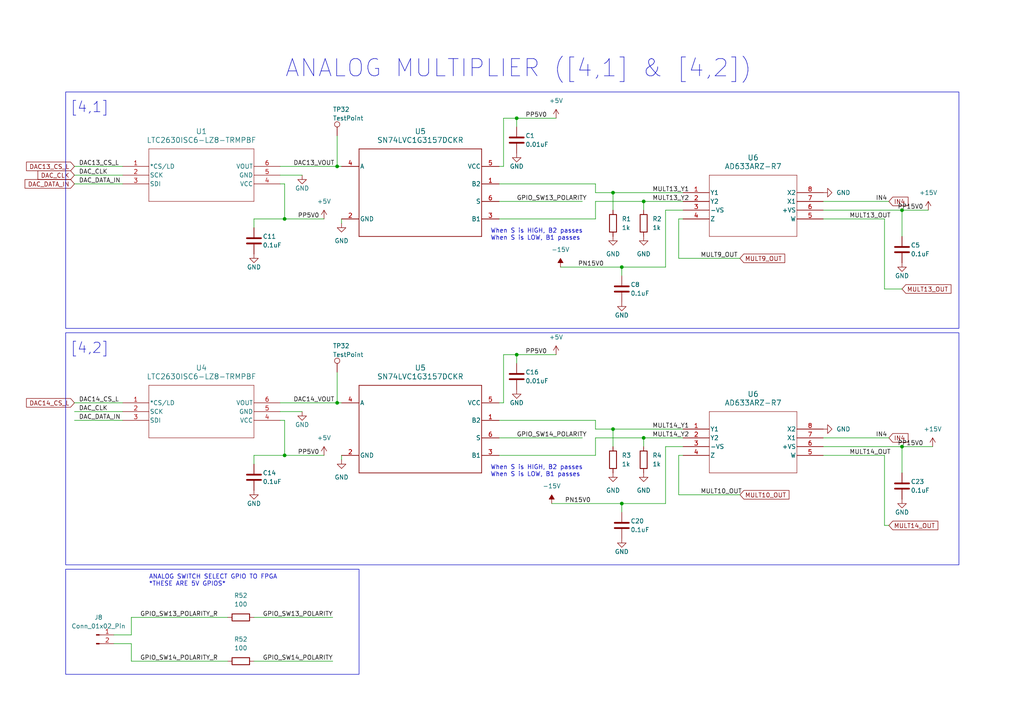
<source format=kicad_sch>
(kicad_sch (version 20230121) (generator eeschema)
  (paper "A4")
  (lib_symbols
    (symbol "AD633ARZ-R7:AD633ARZ-R7" (pin_names (offset 0.254))
      (property "Reference" "U" (at 20.32 10.16 0))
      (property "Value" "AD633ARZ-R7" (at 20.32 7.62 0))
      (symbol "AD633ARZ-R7_0_1"
        (polyline (pts (xy 7.62 -12.7) (xy 33.02 -12.7)) (stroke (width 0.127)))
        (polyline (pts (xy 7.62 5.08) (xy 7.62 -12.7)) (stroke (width 0.127)))
        (polyline (pts (xy 33.02 -12.7) (xy 33.02 5.08)) (stroke (width 0.127)))
        (polyline (pts (xy 33.02 5.08) (xy 7.62 5.08)) (stroke (width 0.127)))
        (pin unspecified line (at 0 0 0) (length 7.62) (name "Y1") (number "1"))
        (pin unspecified line (at 0 -2.54 0) (length 7.62) (name "Y2") (number "2"))
        (pin power_in line (at 0 -5.08 0) (length 7.62) (name "-VS") (number "3"))
        (pin unspecified line (at 0 -7.62 0) (length 7.62) (name "Z") (number "4"))
        (pin unspecified line (at 40.64 -7.62 180) (length 7.62) (name "W") (number "5"))
        (pin power_in line (at 40.64 -5.08 180) (length 7.62) (name "+VS") (number "6"))
        (pin unspecified line (at 40.64 -2.54 180) (length 7.62) (name "X1") (number "7"))
        (pin unspecified line (at 40.64 0 180) (length 7.62) (name "X2") (number "8"))
      )
    )
    (symbol "Connector:Conn_01x02_Pin" (pin_names (offset 1.016) hide)
      (property "Reference" "J" (at 0 2.54 0))
      (property "Value" "Conn_01x02_Pin" (at 0 -5.08 0))
      (symbol "Conn_01x02_Pin_1_1"
        (polyline (pts (xy 1.27 -2.54) (xy 0.8636 -2.54)) (stroke (width 0.1524)))
        (polyline (pts (xy 1.27 0) (xy 0.8636 0)) (stroke (width 0.1524)))
        (rectangle (start 0.8636 -2.413) (end 0 -2.667) (stroke (width 0.1524)) (fill (type outline)))
        (rectangle (start 0.8636 0.127) (end 0 -0.127) (stroke (width 0.1524)) (fill (type outline)))
        (pin passive line (at 5.08 0 180) (length 3.81) (name "Pin_1") (number "1"))
        (pin passive line (at 5.08 -2.54 180) (length 3.81) (name "Pin_2") (number "2"))
      )
    )
    (symbol "Connector:TestPoint" (pin_numbers hide) (pin_names (offset 0.762) hide)
      (property "Reference" "TP" (at 0 6.858 0))
      (property "Value" "TestPoint" (at 0 5.08 0))
      (symbol "TestPoint_0_1"
        (circle (center 0 3.302) (radius 0.762))
      )
      (symbol "TestPoint_1_1"
        (pin passive line (at 0 0 90) (length 2.54) (name "1") (number "1"))
      )
    )
    (symbol "Device:C" (pin_numbers hide) (pin_names (offset 0.254))
      (property "Reference" "C" (at 0.635 2.54 0))
      (property "Value" "C" (at 0.635 -2.54 0))
      (symbol "C_0_1"
        (polyline (pts (xy -2.032 -0.762) (xy 2.032 -0.762)) (stroke (width 0.508)))
        (polyline (pts (xy -2.032 0.762) (xy 2.032 0.762)) (stroke (width 0.508)))
      )
      (symbol "C_1_1"
        (pin passive line (at 0 3.81 270) (length 2.794) (name "~") (number "1"))
        (pin passive line (at 0 -3.81 90) (length 2.794) (name "~") (number "2"))
      )
    )
    (symbol "Device:R" (pin_numbers hide) (pin_names (offset 0))
      (property "Reference" "R" (at 2.032 0 90))
      (property "Value" "R" (at 0 0 90))
      (symbol "R_0_1"
        (rectangle (start -1.016 -2.54) (end 1.016 2.54) (stroke (width 0.254)))
      )
      (symbol "R_1_1"
        (pin passive line (at 0 3.81 270) (length 1.27) (name "~") (number "1"))
        (pin passive line (at 0 -3.81 90) (length 1.27) (name "~") (number "2"))
      )
    )
    (symbol "LTC2630ISC6-LZ8#TRMPBF:LTC2630ISC6-LZ8-TRMPBF" (pin_names (offset 0.254))
      (property "Reference" "U" (at 22.86 10.16 0))
      (property "Value" "LTC2630ISC6-LZ8-TRMPBF" (at 22.86 7.62 0))
      (symbol "LTC2630ISC6-LZ8-TRMPBF_0_1"
        (polyline (pts (xy 7.62 -10.16) (xy 38.1 -10.16)) (stroke (width 0.127)))
        (polyline (pts (xy 7.62 5.08) (xy 7.62 -10.16)) (stroke (width 0.127)))
        (polyline (pts (xy 38.1 -10.16) (xy 38.1 5.08)) (stroke (width 0.127)))
        (polyline (pts (xy 38.1 5.08) (xy 7.62 5.08)) (stroke (width 0.127)))
        (pin input line (at 0 0 0) (length 7.62) (name "*CS/LD") (number "1"))
        (pin input line (at 0 -2.54 0) (length 7.62) (name "SCK") (number "2"))
        (pin input line (at 0 -5.08 0) (length 7.62) (name "SDI") (number "3"))
        (pin power_in line (at 45.72 -5.08 180) (length 7.62) (name "VCC") (number "4"))
        (pin power_out line (at 45.72 -2.54 180) (length 7.62) (name "GND") (number "5"))
        (pin output line (at 45.72 0 180) (length 7.62) (name "VOUT") (number "6"))
      )
    )
    (symbol "SN74LVC1G3157DCKR:SN74LVC1G3157DCKR" (pin_names (offset 0.254))
      (property "Reference" "U" (at 0 2.54 0))
      (property "Value" "SN74LVC1G3157DCKR" (at 0 0 0))
      (symbol "SN74LVC1G3157DCKR_0_1"
        (polyline (pts (xy -17.78 -12.7) (xy 17.78 -12.7)) (stroke (width 0.2032)))
        (polyline (pts (xy -17.78 12.7) (xy -17.78 -12.7)) (stroke (width 0.2032)))
        (polyline (pts (xy 17.78 -12.7) (xy 17.78 12.7)) (stroke (width 0.2032)))
        (polyline (pts (xy 17.78 12.7) (xy -17.78 12.7)) (stroke (width 0.2032)))
        (pin input line (at -22.86 2.54 0) (length 5.08) (name "B2") (number "1"))
        (pin power_in line (at 22.86 -7.62 180) (length 5.08) (name "GND") (number "2"))
        (pin input line (at -22.86 -7.62 0) (length 5.08) (name "B1") (number "3"))
        (pin output line (at 22.86 7.62 180) (length 5.08) (name "A") (number "4"))
        (pin power_in line (at -22.86 7.62 0) (length 5.08) (name "VCC") (number "5"))
        (pin input line (at -22.86 -2.54 0) (length 5.08) (name "S") (number "6"))
      )
    )
    (symbol "power:+15V" (power) (pin_names (offset 0))
      (property "Value" "+15V" (at 0 3.556 0))
      (symbol "+15V_0_1"
        (polyline (pts (xy -0.762 1.27) (xy 0 2.54)))
        (polyline (pts (xy 0 0) (xy 0 2.54)))
        (polyline (pts (xy 0 2.54) (xy 0.762 1.27)))
      )
      (symbol "+15V_1_1"
        (pin power_in line (at 0 0 90) (length 0) hide (name "+15V") (number "1"))
      )
    )
    (symbol "power:+5V" (power) (pin_names (offset 0))
      (property "Value" "+5V" (at 0 3.556 0))
      (symbol "+5V_0_1"
        (polyline (pts (xy -0.762 1.27) (xy 0 2.54)))
        (polyline (pts (xy 0 0) (xy 0 2.54)))
        (polyline (pts (xy 0 2.54) (xy 0.762 1.27)))
      )
      (symbol "+5V_1_1"
        (pin power_in line (at 0 0 90) (length 0) hide (name "+5V") (number "1"))
      )
    )
    (symbol "power:-15V" (power) (pin_names (offset 0))
      (property "Value" "-15V" (at 0 3.81 0))
      (symbol "-15V_0_0"
        (pin power_in line (at 0 0 90) (length 0) hide (name "-15V") (number "1"))
      )
      (symbol "-15V_0_1"
        (polyline (pts (xy 0 0) (xy 0 1.27) (xy 0.762 1.27) (xy 0 2.54) (xy -0.762 1.27) (xy 0 1.27)) (fill (type outline)))
      )
    )
    (symbol "power:GND" (power) (pin_names (offset 0))
      (property "Value" "GND" (at 0 -3.81 0))
      (symbol "GND_0_1"
        (polyline (pts (xy 0 0) (xy 0 -1.27) (xy 1.27 -1.27) (xy 0 -2.54) (xy -1.27 -1.27) (xy 0 -1.27)))
      )
      (symbol "GND_1_1"
        (pin power_in line (at 0 0 270) (length 0) hide (name "GND") (number "1"))
      )
    )
  )
  (junction (at 186.69 127))
  (junction (at 180.34 77.47))
  (junction (at 186.69 58.42))
  (junction (at 149.86 34.29))
  (junction (at 97.79 48.26))
  (junction (at 261.62 60.96))
  (junction (at 97.79 116.84))
  (junction (at 82.55 132.08))
  (junction (at 177.8 55.88))
  (junction (at 82.55 63.5))
  (junction (at 149.86 102.87))
  (junction (at 177.8 124.46))
  (junction (at 180.34 146.05))
  (junction (at 261.62 129.54))
  (wire (pts (xy 177.8 55.88) (xy 198.12 55.88)))
  (wire (pts (xy 180.34 77.47) (xy 180.34 80.01)))
  (wire (pts (xy 149.86 102.87) (xy 161.29 102.87)))
  (wire (pts (xy 97.79 107.95) (xy 97.79 116.84)))
  (wire (pts (xy 38.1 191.77) (xy 66.04 191.77)))
  (wire (pts (xy 256.54 152.4) (xy 256.54 132.08)))
  (wire (pts (xy 172.72 58.42) (xy 186.69 58.42)))
  (wire (pts (xy 146.05 102.87) (xy 149.86 102.87)))
  (wire (pts (xy 238.76 58.42) (xy 257.81 58.42)))
  (wire (pts (xy 21.59 48.26) (xy 35.56 48.26)))
  (wire (pts (xy 81.28 116.84) (xy 97.79 116.84)))
  (wire (pts (xy 73.66 179.07) (xy 96.52 179.07)))
  (wire (pts (xy 82.55 121.92) (xy 81.28 121.92)))
  (wire (pts (xy 177.8 124.46) (xy 177.8 129.54)))
  (wire (pts (xy 172.72 121.92) (xy 172.72 124.46)))
  (wire (pts (xy 186.69 127) (xy 198.12 127)))
  (wire (pts (xy 256.54 63.5) (xy 238.76 63.5)))
  (wire (pts (xy 160.02 146.05) (xy 180.34 146.05)))
  (wire (pts (xy 144.78 127) (xy 168.91 127)))
  (wire (pts (xy 198.12 129.54) (xy 193.04 129.54)))
  (wire (pts (xy 196.85 63.5) (xy 198.12 63.5)))
  (wire (pts (xy 82.55 53.34) (xy 82.55 63.5)))
  (wire (pts (xy 149.86 102.87) (xy 149.86 105.41)))
  (wire (pts (xy 162.56 77.47) (xy 180.34 77.47)))
  (wire (pts (xy 196.85 63.5) (xy 196.85 74.93)))
  (wire (pts (xy 193.04 60.96) (xy 193.04 77.47)))
  (wire (pts (xy 261.62 129.54) (xy 270.51 129.54)))
  (wire (pts (xy 261.62 60.96) (xy 269.24 60.96)))
  (wire (pts (xy 172.72 132.08) (xy 172.72 127)))
  (wire (pts (xy 81.28 48.26) (xy 97.79 48.26)))
  (wire (pts (xy 97.79 116.84) (xy 99.06 116.84)))
  (wire (pts (xy 82.55 63.5) (xy 93.98 63.5)))
  (wire (pts (xy 177.8 55.88) (xy 177.8 60.96)))
  (wire (pts (xy 73.66 132.08) (xy 82.55 132.08)))
  (wire (pts (xy 172.72 55.88) (xy 177.8 55.88)))
  (wire (pts (xy 97.79 39.37) (xy 97.79 48.26)))
  (wire (pts (xy 82.55 132.08) (xy 93.98 132.08)))
  (wire (pts (xy 81.28 50.8) (xy 87.63 50.8)))
  (wire (pts (xy 149.86 34.29) (xy 161.29 34.29)))
  (wire (pts (xy 38.1 186.69) (xy 38.1 191.77)))
  (wire (pts (xy 146.05 116.84) (xy 144.78 116.84)))
  (wire (pts (xy 99.06 64.77) (xy 99.06 63.5)))
  (wire (pts (xy 73.66 191.77) (xy 96.52 191.77)))
  (wire (pts (xy 180.34 77.47) (xy 193.04 77.47)))
  (wire (pts (xy 144.78 121.92) (xy 172.72 121.92)))
  (wire (pts (xy 172.72 124.46) (xy 177.8 124.46)))
  (wire (pts (xy 144.78 58.42) (xy 168.91 58.42)))
  (wire (pts (xy 146.05 34.29) (xy 146.05 48.26)))
  (wire (pts (xy 256.54 132.08) (xy 238.76 132.08)))
  (wire (pts (xy 193.04 129.54) (xy 193.04 146.05)))
  (wire (pts (xy 146.05 102.87) (xy 146.05 116.84)))
  (wire (pts (xy 238.76 60.96) (xy 261.62 60.96)))
  (wire (pts (xy 180.34 146.05) (xy 193.04 146.05)))
  (wire (pts (xy 73.66 63.5) (xy 73.66 66.04)))
  (wire (pts (xy 186.69 58.42) (xy 198.12 58.42)))
  (wire (pts (xy 198.12 60.96) (xy 193.04 60.96)))
  (wire (pts (xy 33.02 186.69) (xy 38.1 186.69)))
  (wire (pts (xy 238.76 127) (xy 257.81 127)))
  (wire (pts (xy 21.59 121.92) (xy 35.56 121.92)))
  (wire (pts (xy 146.05 34.29) (xy 149.86 34.29)))
  (wire (pts (xy 144.78 53.34) (xy 172.72 53.34)))
  (wire (pts (xy 144.78 63.5) (xy 172.72 63.5)))
  (wire (pts (xy 256.54 83.82) (xy 261.62 83.82)))
  (wire (pts (xy 261.62 60.96) (xy 261.62 68.58)))
  (wire (pts (xy 172.72 127) (xy 186.69 127)))
  (wire (pts (xy 196.85 143.51) (xy 214.63 143.51)))
  (wire (pts (xy 146.05 48.26) (xy 144.78 48.26)))
  (wire (pts (xy 82.55 53.34) (xy 81.28 53.34)))
  (wire (pts (xy 256.54 83.82) (xy 256.54 63.5)))
  (wire (pts (xy 21.59 116.84) (xy 35.56 116.84)))
  (wire (pts (xy 172.72 53.34) (xy 172.72 55.88)))
  (wire (pts (xy 144.78 132.08) (xy 172.72 132.08)))
  (wire (pts (xy 261.62 129.54) (xy 261.62 137.16)))
  (wire (pts (xy 99.06 133.35) (xy 99.06 132.08)))
  (wire (pts (xy 238.76 129.54) (xy 261.62 129.54)))
  (wire (pts (xy 33.02 184.15) (xy 38.1 184.15)))
  (wire (pts (xy 73.66 132.08) (xy 73.66 134.62)))
  (wire (pts (xy 21.59 50.8) (xy 35.56 50.8)))
  (wire (pts (xy 82.55 121.92) (xy 82.55 132.08)))
  (wire (pts (xy 38.1 179.07) (xy 66.04 179.07)))
  (wire (pts (xy 21.59 53.34) (xy 35.56 53.34)))
  (wire (pts (xy 81.28 119.38) (xy 87.63 119.38)))
  (wire (pts (xy 149.86 34.29) (xy 149.86 36.83)))
  (wire (pts (xy 186.69 127) (xy 186.69 129.54)))
  (wire (pts (xy 97.79 48.26) (xy 99.06 48.26)))
  (wire (pts (xy 21.59 119.38) (xy 35.56 119.38)))
  (wire (pts (xy 177.8 124.46) (xy 198.12 124.46)))
  (wire (pts (xy 256.54 152.4) (xy 257.81 152.4)))
  (wire (pts (xy 73.66 63.5) (xy 82.55 63.5)))
  (wire (pts (xy 186.69 58.42) (xy 186.69 60.96)))
  (wire (pts (xy 196.85 132.08) (xy 196.85 143.51)))
  (wire (pts (xy 180.34 146.05) (xy 180.34 148.59)))
  (wire (pts (xy 38.1 184.15) (xy 38.1 179.07)))
  (wire (pts (xy 172.72 63.5) (xy 172.72 58.42)))
  (wire (pts (xy 196.85 132.08) (xy 198.12 132.08)))
  (wire (pts (xy 196.85 74.93) (xy 214.63 74.93)))
  (rectangle (start 19.05 26.67) (end 278.13 95.25))
  (rectangle (start 19.05 96.52) (end 278.13 163.83))
  (rectangle (start 19.05 165.1) (end 104.14 195.58))
  (text "When S is HIGH, B2 passes\nWhen S is LOW, B1 passes" (at 142.24 138.43 0) (effects (font (size 1.27 1.27)) (justify left bottom)))
  (text "[4,1]" (at 20.32 33.02 0) (effects (font (size 3 3)) (justify left bottom)))
  (text "[4,2]" (at 20.32 102.87 0) (effects (font (size 3 3)) (justify left bottom)))
  (text "When S is HIGH, B2 passes\nWhen S is LOW, B1 passes" (at 142.24 69.85 0) (effects (font (size 1.27 1.27)) (justify left bottom)))
  (text "ANALOG SWITCH SELECT GPIO TO FPGA\n*THESE ARE 5V GPIOS*" (at 43.18 170.18 0) (effects (font (size 1.27 1.27)) (justify left bottom)))
  (text "ANALOG MULTIPLIER ([4,1] & [4,2])" (at 82.55 22.86 0) (effects (font (size 5 5)) (justify left bottom)))
  (label "GPIO_SW14_POLARITY" (at 76.2 191.77 0))
  (label "DAC13_CS_L" (at 22.86 48.26 0))
  (label "DAC13_VOUT" (at 85.09 48.26 0))
  (label "IN4" (at 254 58.42 0))
  (label "DAC_CLK" (at 22.86 119.38 0))
  (label "MULT9_OUT" (at 203.2 74.93 0))
  (label "MULT13_Y2" (at 189.23 58.42 0))
  (label "PP5V0" (at 152.4 34.29 0))
  (label "PN15V0" (at 167.64 77.47 0))
  (label "MULT13_Y1" (at 189.23 55.88 0))
  (label "MULT13_OUT" (at 246.38 63.5 0))
  (label "DAC14_VOUT" (at 85.09 116.84 0))
  (label "DAC_CLK" (at 22.86 50.8 0))
  (label "PN15V0" (at 163.83 146.05 0))
  (label "PP15V0" (at 260.35 60.96 0))
  (label "GPIO_SW14_POLARITY" (at 149.86 127 0))
  (label "PP5V0" (at 86.36 63.5 0))
  (label "GPIO_SW13_POLARITY_R" (at 40.64 179.07 0))
  (label "IN4" (at 254 127 0))
  (label "MULT10_OUT" (at 203.2 143.51 0))
  (label "PP15V0" (at 260.35 129.54 0))
  (label "GPIO_SW14_POLARITY_R" (at 40.64 191.77 0))
  (label "GPIO_SW13_POLARITY" (at 149.86 58.42 0))
  (label "PP5V0" (at 152.4 102.87 0))
  (label "DAC_DATA_IN" (at 22.86 53.34 0))
  (label "GPIO_SW13_POLARITY" (at 76.2 179.07 0))
  (label "PP5V0" (at 86.36 132.08 0))
  (label "MULT14_OUT" (at 246.38 132.08 0))
  (label "MULT14_Y2" (at 189.23 127 0))
  (label "MULT14_Y1" (at 189.23 124.46 0))
  (label "DAC_DATA_IN" (at 22.86 121.92 0))
  (label "DAC14_CS_L" (at 22.86 116.84 0))
  (global_label "IN4" (shape input) (at 257.81 58.42 0) (property "Intersheetrefs" "${INTERSHEET_REFS}" (effects hide)))
  (global_label "DAC_CLK" (shape input) (at 21.59 50.8 180) (property "Intersheetrefs" "${INTERSHEET_REFS}" (effects hide)))
  (global_label "MULT13_OUT" (shape input) (at 261.62 83.82 0) (property "Intersheetrefs" "${INTERSHEET_REFS}" (effects hide)))
  (global_label "MULT9_OUT" (shape input) (at 214.6091 74.93 0) (property "Intersheetrefs" "${INTERSHEET_REFS}" (effects hide)))
  (global_label "IN4" (shape input) (at 257.81 127 0) (property "Intersheetrefs" "${INTERSHEET_REFS}" (effects hide)))
  (global_label "DAC14_CS_L" (shape input) (at 21.59 116.84 180) (property "Intersheetrefs" "${INTERSHEET_REFS}" (effects hide)))
  (global_label "DAC13_CS_L" (shape input) (at 21.59 48.26 180) (property "Intersheetrefs" "${INTERSHEET_REFS}" (effects hide)))
  (global_label "MULT10_OUT" (shape input) (at 214.63 143.51 0) (property "Intersheetrefs" "${INTERSHEET_REFS}" (effects hide)))
  (global_label "MULT14_OUT" (shape input) (at 257.81 152.4 0) (property "Intersheetrefs" "${INTERSHEET_REFS}" (effects hide)))
  (global_label "DAC_DATA_IN" (shape input) (at 21.59 53.34 180) (property "Intersheetrefs" "${INTERSHEET_REFS}" (effects hide)))
  (symbol (lib_id "AD633ARZ-R7:AD633ARZ-R7") (at 198.12 55.88 0) (unit 1)
    (property "Reference" "U6" (at 218.44 45.72 0) (effects (font (size 1.524 1.524))))
    (property "Value" "AD633ARZ-R7" (at 218.44 48.26 0) (effects (font (size 1.524 1.524))))
    (property "Footprint" "fydp:R_8_ADI" (effects hide))
    (property "Datasheet" "https://www.analog.com/media/en/technical-documentation/data-sheets/AD633.pdf" (effects hide))
    (property "Comment" "Analog Multiplier 4-Quadrant 8-SOIC" (effects hide))
    (property "LCSC" "C77810" (effects hide))
    (property "MPN" "AD633ARZ-R7" (effects hide))
    (instances (project "fydp" (path "" (reference "U6") (unit 1)) (path "" (reference "U18") (unit 1)) (path "" (reference "U30") (unit 1)) (path "" (reference "U30") (unit 1))))
  )
  (symbol (lib_id "Device:C") (at 149.86 109.22 0) (unit 1)
    (property "Reference" "C16" (at 152.4 107.95 0) (effects (justify left)))
    (property "Value" "0.01uF" (at 152.4 110.49 0) (effects (justify left)))
    (property "Footprint" "Capacitor_SMD:C_0805_2012Metric" (effects hide))
    (property "Datasheet" "https://www.yageo.com/upload/media/product/app/datasheet/mlcc/upy-gphc_x7r_6_3v-to-250v.pdf" (effects hide))
    (property "Comment" "10000 pF ±10% 50V Ceramic Capacitor X7R 0805 (2012 Metric)" (effects hide))
    (property "LCSC" "C83170" (effects hide))
    (property "MPN" "CC0805KRX7R9BB103" (effects hide))
    (instances (project "fydp" (path "" (reference "C16") (unit 1)) (path "" (reference "C56") (unit 1)) (path "" (reference "C128") (unit 1)) (path "" (reference "C51") (unit 1))))
  )
  (symbol (lib_id "power:GND") (at 261.62 144.78 0) (unit 1)
    (property "Reference" "#PWR035" (effects hide))
    (property "Value" "GND" (at 261.62 148.59 0))
    (instances (project "fydp" (path "" (reference "#PWR035") (unit 1)) (path "" (reference "#PWR0106") (unit 1)) (path "" (reference "#PWR0214") (unit 1)) (path "" (reference "#PWR0179") (unit 1))))
  )
  (symbol (lib_id "Connector:TestPoint") (at 97.79 39.37 0) (unit 1)
    (property "Reference" "TP32" (at 96.52 31.75 0) (effects (justify left)))
    (property "Value" "TestPoint" (at 96.52 34.29 0) (effects (justify left)))
    (property "Footprint" "TestPoint:TestPoint_Pad_1.0x1.0mm" (effects hide))
    (instances (project "fydp" (path "" (reference "TP32") (unit 1)) (path "" (reference "TP37") (unit 1)) (path "" (reference "TP19") (unit 1))) (project "untitled" (path "" (reference "TP2") (unit 1))))
  )
  (symbol (lib_id "power:-15V") (at 160.02 146.05 0) (unit 1)
    (property "Reference" "#PWR018" (effects hide))
    (property "Value" "-15V" (at 160.02 140.97 0))
    (instances (project "fydp" (path "" (reference "#PWR018") (unit 1)) (path "" (reference "#PWR068") (unit 1)) (path "" (reference "#PWR0180") (unit 1))))
  )
  (symbol (lib_id "power:GND") (at 186.69 68.58 0) (unit 1)
    (property "Reference" "#PWR05" (effects hide))
    (property "Value" "GND" (at 186.69 73.66 0))
    (instances (project "fydp" (path "" (reference "#PWR05") (unit 1)) (path "" (reference "#PWR095") (unit 1)) (path "" (reference "#PWR0203") (unit 1)) (path "" (reference "#PWR0164") (unit 1))))
  )
  (symbol (lib_id "power:GND") (at 87.63 50.8 0) (unit 1)
    (property "Reference" "#PWR01" (effects hide))
    (property "Value" "GND" (at 87.63 54.61 0))
    (instances (project "fydp" (path "" (reference "#PWR01") (unit 1)) (path "" (reference "#PWR079") (unit 1)) (path "" (reference "#PWR0187") (unit 1)) (path "" (reference "#PWR0158") (unit 1))))
  )
  (symbol (lib_id "power:GND") (at 180.34 87.63 0) (unit 1)
    (property "Reference" "#PWR014" (effects hide))
    (property "Value" "GND" (at 180.34 91.44 0))
    (instances (project "fydp" (path "" (reference "#PWR014") (unit 1)) (path "" (reference "#PWR093") (unit 1)) (path "" (reference "#PWR0201") (unit 1)) (path "" (reference "#PWR0168") (unit 1))))
  )
  (symbol (lib_id "power:GND") (at 149.86 44.45 0) (unit 1)
    (property "Reference" "#PWR07" (effects hide))
    (property "Value" "GND" (at 149.86 48.26 0))
    (instances (project "fydp" (path "" (reference "#PWR07") (unit 1)) (path "" (reference "#PWR083") (unit 1)) (path "" (reference "#PWR0191") (unit 1)) (path "" (reference "#PWR0157") (unit 1))))
  )
  (symbol (lib_id "Device:C") (at 261.62 72.39 0) (unit 1)
    (property "Reference" "C5" (at 264.16 71.12 0) (effects (justify left)))
    (property "Value" "0.1uF" (at 264.16 73.66 0) (effects (justify left)))
    (property "Footprint" "Capacitor_SMD:C_0805_2012Metric" (effects hide))
    (property "Datasheet" "https://www.yageo.com/upload/media/product/app/datasheet/mlcc/upy-gphc_x7r_6_3v-to-250v.pdf" (effects hide))
    (property "Comment" "0.1 µF ±10% 50V Ceramic Capacitor X7R 0805 (2012 Metric)" (effects hide))
    (property "LCSC" "C49678" (effects hide))
    (property "MPN" "CC0805KRX7R9BB104" (effects hide))
    (instances (project "fydp" (path "" (reference "C5") (unit 1)) (path "" (reference "C69") (unit 1)) (path "" (reference "C141") (unit 1)) (path "" (reference "C49") (unit 1))))
  )
  (symbol (lib_id "SN74LVC1G3157DCKR:SN74LVC1G3157DCKR") (at 121.92 124.46 0) (mirror y) (unit 1)
    (property "Reference" "U5" (at 121.92 106.68 0) (effects (font (size 1.524 1.524))))
    (property "Value" "SN74LVC1G3157DCKR" (at 121.92 109.22 0) (effects (font (size 1.524 1.524))))
    (property "Footprint" "Package_TO_SOT_SMD:SOT-23-6_Handsoldering" (effects hide))
    (property "Datasheet" "https://www.ti.com/general/docs/suppproductinfo.tsp?distId=10&gotoUrl=https%3A%2F%2Fwww.ti.com%2Flit%2Fgpn%2Fsn74lvc1g3157" (effects hide))
    (property "Comment" "1 Circuit IC Switch 2:1 15Ohm SC-70-6" (effects hide))
    (property "LCSC" "C38663" (effects hide))
    (property "MPN" "SN74LVC1G3157DCKR" (effects hide))
    (instances (project "fydp" (path "" (reference "U5") (unit 1)) (path "" (reference "U16") (unit 1)) (path "" (reference "U32") (unit 1))))
  )
  (symbol (lib_id "Device:R") (at 177.8 64.77 0) (unit 1)
    (property "Reference" "R1" (at 180.34 63.5 0) (effects (justify left)))
    (property "Value" "1k" (at 180.34 66.04 0) (effects (justify left)))
    (property "Footprint" "Resistor_SMD:R_0805_2012Metric" (effects hide))
    (property "Datasheet" "https://www.yageo.com/upload/media/product/products/datasheet/rchip/PYu-RC_Group_51_RoHS_L_12.pdf" (effects hide))
    (property "Comment" "1 kOhms ±1% 0.125W, 1/8W Chip Resistor 0805 (2012 Metric) Moisture Resistant Thick Film" (effects hide))
    (property "LCSC" "C95781" (effects hide))
    (property "MPN" "RC0805FR-071KL" (effects hide))
    (instances (project "fydp" (path "" (reference "R1") (unit 1)) (path "" (reference "R9") (unit 1)) (path "" (reference "R21") (unit 1)) (path "" (reference "R78") (unit 1))))
  )
  (symbol (lib_id "power:GND") (at 177.8 68.58 0) (unit 1)
    (property "Reference" "#PWR04" (effects hide))
    (property "Value" "GND" (at 177.8 73.66 0))
    (instances (project "fydp" (path "" (reference "#PWR04") (unit 1)) (path "" (reference "#PWR091") (unit 1)) (path "" (reference "#PWR0199") (unit 1)) (path "" (reference "#PWR0163") (unit 1))))
  )
  (symbol (lib_id "power:GND") (at 177.8 137.16 0) (unit 1)
    (property "Reference" "#PWR028" (effects hide))
    (property "Value" "GND" (at 177.8 142.24 0))
    (instances (project "fydp" (path "" (reference "#PWR028") (unit 1)) (path "" (reference "#PWR092") (unit 1)) (path "" (reference "#PWR0200") (unit 1)) (path "" (reference "#PWR0176") (unit 1))))
  )
  (symbol (lib_id "power:GND") (at 238.76 55.88 90) (unit 1)
    (property "Reference" "#PWR06" (effects hide))
    (property "Value" "GND" (at 242.57 55.88 90) (effects (justify right)))
    (instances (project "fydp" (path "" (reference "#PWR06") (unit 1)) (path "" (reference "#PWR0101") (unit 1)) (path "" (reference "#PWR0209") (unit 1)) (path "" (reference "#PWR0159") (unit 1))))
  )
  (symbol (lib_id "Device:C") (at 261.62 140.97 0) (unit 1)
    (property "Reference" "C23" (at 264.16 139.7 0) (effects (justify left)))
    (property "Value" "0.1uF" (at 264.16 142.24 0) (effects (justify left)))
    (property "Footprint" "Capacitor_SMD:C_0805_2012Metric" (effects hide))
    (property "Datasheet" "https://www.yageo.com/upload/media/product/app/datasheet/mlcc/upy-gphc_x7r_6_3v-to-250v.pdf" (effects hide))
    (property "Comment" "0.1 µF ±10% 50V Ceramic Capacitor X7R 0805 (2012 Metric)" (effects hide))
    (property "LCSC" "C49678" (effects hide))
    (property "MPN" "CC0805KRX7R9BB104" (effects hide))
    (instances (project "fydp" (path "" (reference "C23") (unit 1)) (path "" (reference "C70") (unit 1)) (path "" (reference "C142") (unit 1)) (path "" (reference "C53") (unit 1))))
  )
  (symbol (lib_id "Device:R") (at 69.85 179.07 270) (unit 1)
    (property "Reference" "R52" (at 69.85 172.72 90))
    (property "Value" "100" (at 69.85 175.26 90))
    (property "Footprint" "Resistor_SMD:R_0805_2012Metric" (effects hide))
    (property "Datasheet" "https://www.yageo.com/upload/media/product/products/datasheet/rchip/PYu-RC_Group_51_RoHS_L_12.pdf" (effects hide))
    (property "Comment" "100 Ohms ±1% 0.125W, 1/8W Chip Resistor 0805 (2012 Metric) Moisture Resistant Thick Film" (effects hide))
    (property "LCSC" "C105577" (effects hide))
    (property "MPN" "RC0805FR-07100RL" (effects hide))
    (instances (project "fydp" (path "" (reference "R52") (unit 1)) (path "" (reference "R77") (unit 1)) (path "" (reference "R81") (unit 1)) (path "" (reference "R82") (unit 1))))
  )
  (symbol (lib_id "Device:C") (at 180.34 83.82 0) (unit 1)
    (property "Reference" "C8" (at 182.88 82.55 0) (effects (justify left)))
    (property "Value" "0.1uF" (at 182.88 85.09 0) (effects (justify left)))
    (property "Footprint" "Capacitor_SMD:C_0805_2012Metric" (effects hide))
    (property "Datasheet" "https://www.yageo.com/upload/media/product/app/datasheet/mlcc/upy-gphc_x7r_6_3v-to-250v.pdf" (effects hide))
    (property "Comment" "0.1 µF ±10% 50V Ceramic Capacitor X7R 0805 (2012 Metric)" (effects hide))
    (property "LCSC" "C49678" (effects hide))
    (property "MPN" "CC0805KRX7R9BB104" (effects hide))
    (instances (project "fydp" (path "" (reference "C8") (unit 1)) (path "" (reference "C63") (unit 1)) (path "" (reference "C135") (unit 1)) (path "" (reference "C50") (unit 1))))
  )
  (symbol (lib_id "Device:C") (at 73.66 69.85 0) (unit 1)
    (property "Reference" "C11" (at 76.2 68.58 0) (effects (justify left)))
    (property "Value" "0.1uF" (at 76.2 71.12 0) (effects (justify left)))
    (property "Footprint" "Capacitor_SMD:C_0805_2012Metric" (effects hide))
    (property "Datasheet" "https://www.yageo.com/upload/media/product/app/datasheet/mlcc/upy-gphc_x7r_6_3v-to-250v.pdf" (effects hide))
    (property "Comment" "0.1 µF ±10% 50V Ceramic Capacitor X7R 0805 (2012 Metric)" (effects hide))
    (property "LCSC" "C49678" (effects hide))
    (property "MPN" "CC0805KRX7R9BB104" (effects hide))
    (instances (project "fydp" (path "" (reference "C11") (unit 1)) (path "" (reference "C51") (unit 1)) (path "" (reference "C123") (unit 1)) (path "" (reference "C48") (unit 1))))
  )
  (symbol (lib_id "power:GND") (at 87.63 119.38 0) (unit 1)
    (property "Reference" "#PWR022" (effects hide))
    (property "Value" "GND" (at 87.63 123.19 0))
    (instances (project "fydp" (path "" (reference "#PWR022") (unit 1)) (path "" (reference "#PWR080") (unit 1)) (path "" (reference "#PWR0188") (unit 1)) (path "" (reference "#PWR0171") (unit 1))))
  )
  (symbol (lib_id "power:GND") (at 99.06 64.77 0) (unit 1)
    (property "Reference" "#PWR02" (effects hide))
    (property "Value" "GND" (at 99.06 69.85 0))
    (instances (project "fydp" (path "" (reference "#PWR02") (unit 1)) (path "" (reference "#PWR081") (unit 1)) (path "" (reference "#PWR0189") (unit 1)) (path "" (reference "#PWR0162") (unit 1))))
  )
  (symbol (lib_id "power:GND") (at 186.69 137.16 0) (unit 1)
    (property "Reference" "#PWR030" (effects hide))
    (property "Value" "GND" (at 186.69 142.24 0))
    (instances (project "fydp" (path "" (reference "#PWR030") (unit 1)) (path "" (reference "#PWR096") (unit 1)) (path "" (reference "#PWR0204") (unit 1)) (path "" (reference "#PWR0177") (unit 1))))
  )
  (symbol (lib_id "power:GND") (at 238.76 124.46 90) (unit 1)
    (property "Reference" "#PWR033" (effects hide))
    (property "Value" "GND" (at 242.57 124.46 90) (effects (justify right)))
    (instances (project "fydp" (path "" (reference "#PWR033") (unit 1)) (path "" (reference "#PWR0102") (unit 1)) (path "" (reference "#PWR0210") (unit 1)) (path "" (reference "#PWR0172") (unit 1))))
  )
  (symbol (lib_id "Device:C") (at 73.66 138.43 0) (unit 1)
    (property "Reference" "C14" (at 76.2 137.16 0) (effects (justify left)))
    (property "Value" "0.1uF" (at 76.2 139.7 0) (effects (justify left)))
    (property "Footprint" "Capacitor_SMD:C_0805_2012Metric" (effects hide))
    (property "Datasheet" "https://www.yageo.com/upload/media/product/app/datasheet/mlcc/upy-gphc_x7r_6_3v-to-250v.pdf" (effects hide))
    (property "Comment" "0.1 µF ±10% 50V Ceramic Capacitor X7R 0805 (2012 Metric)" (effects hide))
    (property "LCSC" "C49678" (effects hide))
    (property "MPN" "CC0805KRX7R9BB104" (effects hide))
    (instances (project "fydp" (path "" (reference "C14") (unit 1)) (path "" (reference "C52") (unit 1)) (path "" (reference "C124") (unit 1)) (path "" (reference "C52") (unit 1))))
  )
  (symbol (lib_id "power:+5V") (at 161.29 102.87 0) (unit 1)
    (property "Reference" "#PWR021" (effects hide))
    (property "Value" "+5V" (at 161.29 97.79 0))
    (instances (project "fydp" (path "" (reference "#PWR021") (unit 1)) (path "" (reference "#PWR053") (unit 1)) (path "" (reference "#PWR0169") (unit 1))))
  )
  (symbol (lib_id "power:+5V") (at 93.98 63.5 0) (unit 1)
    (property "Reference" "#PWR021" (effects hide))
    (property "Value" "+5V" (at 93.98 58.42 0))
    (instances (project "fydp" (path "" (reference "#PWR021") (unit 1)) (path "" (reference "#PWR051") (unit 1)) (path "" (reference "#PWR0161") (unit 1))))
  )
  (symbol (lib_id "LTC2630ISC6-LZ8#TRMPBF:LTC2630ISC6-LZ8-TRMPBF") (at 35.56 116.84 0) (unit 1)
    (property "Reference" "U4" (at 58.42 106.68 0) (effects (font (size 1.524 1.524))))
    (property "Value" "LTC2630ISC6-LZ8-TRMPBF" (at 58.42 109.22 0) (effects (font (size 1.524 1.524))))
    (property "Footprint" "Package_TO_SOT_SMD:SOT-363_SC-70-6_Handsoldering" (effects hide))
    (property "Datasheet" "https://www.analog.com/media/en/technical-documentation/data-sheets/2630fg.pdf" (effects hide))
    (property "Comment" "8 Bit Digital to Analog Converter 1 SC-70-6" (effects hide))
    (property "MPN" "LTC2630ISC6-LZ8#TRMPBF" (effects hide))
    (instances (project "fydp" (path "" (reference "U4") (unit 1)) (path "" (reference "U14") (unit 1)) (path "" (reference "U32") (unit 1)) (path "" (reference "U31") (unit 1))))
  )
  (symbol (lib_id "power:GND") (at 261.62 76.2 0) (unit 1)
    (property "Reference" "#PWR011" (effects hide))
    (property "Value" "GND" (at 261.62 80.01 0))
    (instances (project "fydp" (path "" (reference "#PWR011") (unit 1)) (path "" (reference "#PWR0105") (unit 1)) (path "" (reference "#PWR0213") (unit 1)) (path "" (reference "#PWR0166") (unit 1))))
  )
  (symbol (lib_id "Device:R") (at 186.69 64.77 0) (unit 1)
    (property "Reference" "R2" (at 189.23 63.5 0) (effects (justify left)))
    (property "Value" "1k" (at 189.23 66.04 0) (effects (justify left)))
    (property "Footprint" "Resistor_SMD:R_0805_2012Metric" (effects hide))
    (property "Datasheet" "https://www.yageo.com/upload/media/product/products/datasheet/rchip/PYu-RC_Group_51_RoHS_L_12.pdf" (effects hide))
    (property "Comment" "1 kOhms ±1% 0.125W, 1/8W Chip Resistor 0805 (2012 Metric) Moisture Resistant Thick Film" (effects hide))
    (property "LCSC" "C95781" (effects hide))
    (property "MPN" "RC0805FR-071KL" (effects hide))
    (instances (project "fydp" (path "" (reference "R2") (unit 1)) (path "" (reference "R11") (unit 1)) (path "" (reference "R23") (unit 1)) (path "" (reference "R79") (unit 1))))
  )
  (symbol (lib_id "power:+15V") (at 269.24 60.96 0) (unit 1)
    (property "Reference" "#PWR016" (effects hide))
    (property "Value" "+15V" (at 269.24 55.88 0))
    (instances (project "fydp" (path "" (reference "#PWR016") (unit 1)) (path "" (reference "#PWR061") (unit 1)) (path "" (reference "#PWR0160") (unit 1))))
  )
  (symbol (lib_id "Connector:Conn_01x02_Pin") (at 27.94 184.15 0) (unit 1)
    (property "Reference" "J8" (at 28.575 179.07 0))
    (property "Value" "Conn_01x02_Pin" (at 28.575 181.61 0))
    (property "Footprint" "Connector_PinHeader_2.54mm:PinHeader_1x02_P2.54mm_Vertical" (effects hide))
    (property "Datasheet" "https://suddendocs.samtec.com/catalog_english/tsw_th.pdf" (effects hide))
    (property "Comment" "Connector Header Through Hole 2 position 0.100\" (2.54mm)" (effects hide))
    (property "MPN" "TSW-102-07-G-S" (effects hide))
    (instances (project "fydp" (path "" (reference "J8") (unit 1)) (path "" (reference "J10") (unit 1)) (path "" (reference "J19") (unit 1))))
  )
  (symbol (lib_id "Connector:TestPoint") (at 97.79 107.95 0) (unit 1)
    (property "Reference" "TP32" (at 96.52 100.33 0) (effects (justify left)))
    (property "Value" "TestPoint" (at 96.52 102.87 0) (effects (justify left)))
    (property "Footprint" "TestPoint:TestPoint_Pad_1.0x1.0mm" (effects hide))
    (instances (project "fydp" (path "" (reference "TP32") (unit 1)) (path "" (reference "TP37") (unit 1)) (path "" (reference "TP20") (unit 1))) (project "untitled" (path "" (reference "TP2") (unit 1))))
  )
  (symbol (lib_id "Device:C") (at 180.34 152.4 0) (unit 1)
    (property "Reference" "C20" (at 182.88 151.13 0) (effects (justify left)))
    (property "Value" "0.1uF" (at 182.88 153.67 0) (effects (justify left)))
    (property "Footprint" "Capacitor_SMD:C_0805_2012Metric" (effects hide))
    (property "Datasheet" "https://www.yageo.com/upload/media/product/app/datasheet/mlcc/upy-gphc_x7r_6_3v-to-250v.pdf" (effects hide))
    (property "Comment" "0.1 µF ±10% 50V Ceramic Capacitor X7R 0805 (2012 Metric)" (effects hide))
    (property "LCSC" "C49678" (effects hide))
    (property "MPN" "CC0805KRX7R9BB104" (effects hide))
    (instances (project "fydp" (path "" (reference "C20") (unit 1)) (path "" (reference "C64") (unit 1)) (path "" (reference "C136") (unit 1)) (path "" (reference "C54") (unit 1))))
  )
  (symbol (lib_id "power:GND") (at 73.66 73.66 0) (unit 1)
    (property "Reference" "#PWR017" (effects hide))
    (property "Value" "GND" (at 73.66 77.47 0))
    (instances (project "fydp" (path "" (reference "#PWR017") (unit 1)) (path "" (reference "#PWR075") (unit 1)) (path "" (reference "#PWR0183") (unit 1)) (path "" (reference "#PWR0165") (unit 1))))
  )
  (symbol (lib_id "power:-15V") (at 162.56 77.47 0) (unit 1)
    (property "Reference" "#PWR018" (effects hide))
    (property "Value" "-15V" (at 162.56 72.39 0))
    (instances (project "fydp" (path "" (reference "#PWR018") (unit 1)) (path "" (reference "#PWR062") (unit 1)) (path "" (reference "#PWR0167") (unit 1))))
  )
  (symbol (lib_id "power:+15V") (at 270.51 129.54 0) (unit 1)
    (property "Reference" "#PWR016" (effects hide))
    (property "Value" "+15V" (at 270.51 124.46 0))
    (instances (project "fydp" (path "" (reference "#PWR016") (unit 1)) (path "" (reference "#PWR067") (unit 1)) (path "" (reference "#PWR0173") (unit 1))))
  )
  (symbol (lib_id "AD633ARZ-R7:AD633ARZ-R7") (at 198.12 124.46 0) (unit 1)
    (property "Reference" "U6" (at 218.44 114.3 0) (effects (font (size 1.524 1.524))))
    (property "Value" "AD633ARZ-R7" (at 218.44 116.84 0) (effects (font (size 1.524 1.524))))
    (property "Footprint" "fydp:R_8_ADI" (effects hide))
    (property "Datasheet" "https://www.analog.com/media/en/technical-documentation/data-sheets/AD633.pdf" (effects hide))
    (property "Comment" "Analog Multiplier 4-Quadrant 8-SOIC" (effects hide))
    (property "LCSC" "C77810" (effects hide))
    (property "MPN" "AD633ARZ-R7" (effects hide))
    (instances (project "fydp" (path "" (reference "U6") (unit 1)) (path "" (reference "U18") (unit 1)) (path "" (reference "U30") (unit 1)) (path "" (reference "U33") (unit 1))))
  )
  (symbol (lib_id "LTC2630ISC6-LZ8#TRMPBF:LTC2630ISC6-LZ8-TRMPBF") (at 35.56 48.26 0) (unit 1)
    (property "Reference" "U1" (at 58.42 38.1 0) (effects (font (size 1.524 1.524))))
    (property "Value" "LTC2630ISC6-LZ8-TRMPBF" (at 58.42 40.64 0) (effects (font (size 1.524 1.524))))
    (property "Footprint" "Package_TO_SOT_SMD:SOT-363_SC-70-6_Handsoldering" (effects hide))
    (property "Datasheet" "https://www.analog.com/media/en/technical-documentation/data-sheets/2630fg.pdf" (effects hide))
    (property "Comment" "8 Bit Digital to Analog Converter 1 SC-70-6" (effects hide))
    (property "MPN" "LTC2630ISC6-LZ8#TRMPBF" (effects hide))
    (instances (project "fydp" (path "" (reference "U1") (unit 1)) (path "" (reference "U13") (unit 1)) (path "" (reference "U31") (unit 1)) (path "" (reference "U28") (unit 1))))
  )
  (symbol (lib_id "power:+5V") (at 161.29 34.29 0) (unit 1)
    (property "Reference" "#PWR021" (effects hide))
    (property "Value" "+5V" (at 161.29 29.21 0))
    (instances (project "fydp" (path "" (reference "#PWR021") (unit 1)) (path "" (reference "#PWR052") (unit 1)) (path "" (reference "#PWR0156") (unit 1))))
  )
  (symbol (lib_id "Device:C") (at 149.86 40.64 0) (unit 1)
    (property "Reference" "C1" (at 152.4 39.37 0) (effects (justify left)))
    (property "Value" "0.01uF" (at 152.4 41.91 0) (effects (justify left)))
    (property "Footprint" "Capacitor_SMD:C_0805_2012Metric" (effects hide))
    (property "Datasheet" "https://www.yageo.com/upload/media/product/app/datasheet/mlcc/upy-gphc_x7r_6_3v-to-250v.pdf" (effects hide))
    (property "Comment" "10000 pF ±10% 50V Ceramic Capacitor X7R 0805 (2012 Metric)" (effects hide))
    (property "LCSC" "C83170" (effects hide))
    (property "MPN" "CC0805KRX7R9BB103" (effects hide))
    (instances (project "fydp" (path "" (reference "C1") (unit 1)) (path "" (reference "C55") (unit 1)) (path "" (reference "C127") (unit 1)) (path "" (reference "C47") (unit 1))))
  )
  (symbol (lib_id "power:GND") (at 99.06 133.35 0) (unit 1)
    (property "Reference" "#PWR023" (effects hide))
    (property "Value" "GND" (at 99.06 138.43 0))
    (instances (project "fydp" (path "" (reference "#PWR023") (unit 1)) (path "" (reference "#PWR082") (unit 1)) (path "" (reference "#PWR0190") (unit 1)) (path "" (reference "#PWR0175") (unit 1))))
  )
  (symbol (lib_id "Device:R") (at 177.8 133.35 0) (unit 1)
    (property "Reference" "R3" (at 180.34 132.08 0) (effects (justify left)))
    (property "Value" "1k" (at 180.34 134.62 0) (effects (justify left)))
    (property "Footprint" "Resistor_SMD:R_0805_2012Metric" (effects hide))
    (property "Datasheet" "https://www.yageo.com/upload/media/product/products/datasheet/rchip/PYu-RC_Group_51_RoHS_L_12.pdf" (effects hide))
    (property "Comment" "1 kOhms ±1% 0.125W, 1/8W Chip Resistor 0805 (2012 Metric) Moisture Resistant Thick Film" (effects hide))
    (property "LCSC" "C95781" (effects hide))
    (property "MPN" "RC0805FR-071KL" (effects hide))
    (instances (project "fydp" (path "" (reference "R3") (unit 1)) (path "" (reference "R10") (unit 1)) (path "" (reference "R22") (unit 1)) (path "" (reference "R80") (unit 1))))
  )
  (symbol (lib_id "SN74LVC1G3157DCKR:SN74LVC1G3157DCKR") (at 121.92 55.88 0) (mirror y) (unit 1)
    (property "Reference" "U5" (at 121.92 38.1 0) (effects (font (size 1.524 1.524))))
    (property "Value" "SN74LVC1G3157DCKR" (at 121.92 40.64 0) (effects (font (size 1.524 1.524))))
    (property "Footprint" "Package_TO_SOT_SMD:SOT-23-6_Handsoldering" (effects hide))
    (property "Datasheet" "https://www.ti.com/general/docs/suppproductinfo.tsp?distId=10&gotoUrl=https%3A%2F%2Fwww.ti.com%2Flit%2Fgpn%2Fsn74lvc1g3157" (effects hide))
    (property "Comment" "1 Circuit IC Switch 2:1 15Ohm SC-70-6" (effects hide))
    (property "LCSC" "C38663" (effects hide))
    (property "MPN" "SN74LVC1G3157DCKR" (effects hide))
    (instances (project "fydp" (path "" (reference "U5") (unit 1)) (path "" (reference "U16") (unit 1)) (path "" (reference "U29") (unit 1))))
  )
  (symbol (lib_id "power:GND") (at 149.86 113.03 0) (unit 1)
    (property "Reference" "#PWR024" (effects hide))
    (property "Value" "GND" (at 149.86 116.84 0))
    (instances (project "fydp" (path "" (reference "#PWR024") (unit 1)) (path "" (reference "#PWR084") (unit 1)) (path "" (reference "#PWR0192") (unit 1)) (path "" (reference "#PWR0170") (unit 1))))
  )
  (symbol (lib_id "power:GND") (at 73.66 142.24 0) (unit 1)
    (property "Reference" "#PWR020" (effects hide))
    (property "Value" "GND" (at 73.66 146.05 0))
    (instances (project "fydp" (path "" (reference "#PWR020") (unit 1)) (path "" (reference "#PWR076") (unit 1)) (path "" (reference "#PWR0184") (unit 1)) (path "" (reference "#PWR0178") (unit 1))))
  )
  (symbol (lib_id "power:+5V") (at 93.98 132.08 0) (unit 1)
    (property "Reference" "#PWR021" (effects hide))
    (property "Value" "+5V" (at 93.98 127 0))
    (instances (project "fydp" (path "" (reference "#PWR021") (unit 1)) (path "" (reference "#PWR054") (unit 1)) (path "" (reference "#PWR0174") (unit 1))))
  )
  (symbol (lib_id "Device:R") (at 69.85 191.77 270) (unit 1)
    (property "Reference" "R52" (at 69.85 185.42 90))
    (property "Value" "100" (at 69.85 187.96 90))
    (property "Footprint" "Resistor_SMD:R_0805_2012Metric" (effects hide))
    (property "Datasheet" "https://www.yageo.com/upload/media/product/products/datasheet/rchip/PYu-RC_Group_51_RoHS_L_12.pdf" (effects hide))
    (property "Comment" "100 Ohms ±1% 0.125W, 1/8W Chip Resistor 0805 (2012 Metric) Moisture Resistant Thick Film" (effects hide))
    (property "LCSC" "C105577" (effects hide))
    (property "MPN" "RC0805FR-07100RL" (effects hide))
    (instances (project "fydp" (path "" (reference "R52") (unit 1)) (path "" (reference "R78") (unit 1)) (path "" (reference "R82") (unit 1)) (path "" (reference "R83") (unit 1))))
  )
  (symbol (lib_id "power:GND") (at 180.34 156.21 0) (unit 1)
    (property "Reference" "#PWR029" (effects hide))
    (property "Value" "GND" (at 180.34 160.02 0))
    (instances (project "fydp" (path "" (reference "#PWR029") (unit 1)) (path "" (reference "#PWR094") (unit 1)) (path "" (reference "#PWR0202") (unit 1)) (path "" (reference "#PWR0181") (unit 1))))
  )
  (symbol (lib_id "Device:R") (at 186.69 133.35 0) (unit 1)
    (property "Reference" "R4" (at 189.23 132.08 0) (effects (justify left)))
    (property "Value" "1k" (at 189.23 134.62 0) (effects (justify left)))
    (property "Footprint" "Resistor_SMD:R_0805_2012Metric" (effects hide))
    (property "Datasheet" "https://www.yageo.com/upload/media/product/products/datasheet/rchip/PYu-RC_Group_51_RoHS_L_12.pdf" (effects hide))
    (property "Comment" "1 kOhms ±1% 0.125W, 1/8W Chip Resistor 0805 (2012 Metric) Moisture Resistant Thick Film" (effects hide))
    (property "LCSC" "C95781" (effects hide))
    (property "MPN" "RC0805FR-071KL" (effects hide))
    (instances (project "fydp" (path "" (reference "R4") (unit 1)) (path "" (reference "R12") (unit 1)) (path "" (reference "R24") (unit 1)) (path "" (reference "R81") (unit 1))))
  )
)
</source>
